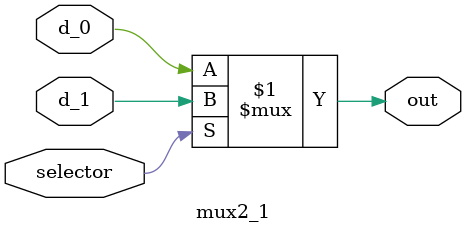
<source format=v>
module mux2_1(  input d_0,
                input d_1,
                input selector,
                output out);
  assign out = selector ? d_1 : d_0;
endmodule
</source>
